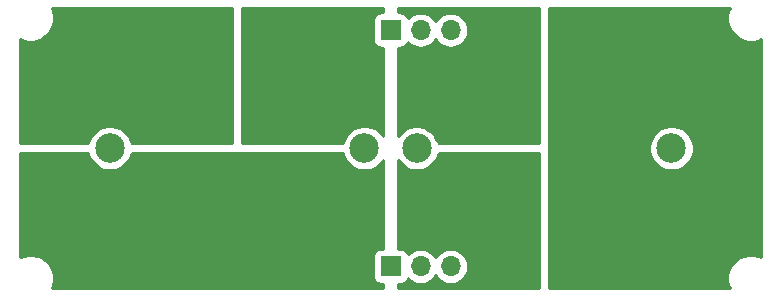
<source format=gbl>
G04 #@! TF.GenerationSoftware,KiCad,Pcbnew,5.1.4-e60b266~84~ubuntu18.04.1*
G04 #@! TF.CreationDate,2019-09-12T19:10:06+05:30*
G04 #@! TF.ProjectId,SenseCam_SFH4715AS_rev1,53656e73-6543-4616-9d5f-534648343731,rev?*
G04 #@! TF.SameCoordinates,Original*
G04 #@! TF.FileFunction,Copper,L2,Bot*
G04 #@! TF.FilePolarity,Positive*
%FSLAX46Y46*%
G04 Gerber Fmt 4.6, Leading zero omitted, Abs format (unit mm)*
G04 Created by KiCad (PCBNEW 5.1.4-e60b266~84~ubuntu18.04.1) date 2019-09-12 19:10:06*
%MOMM*%
%LPD*%
G04 APERTURE LIST*
%ADD10O,1.700000X1.700000*%
%ADD11R,1.700000X1.700000*%
%ADD12C,2.500000*%
%ADD13C,0.800000*%
%ADD14C,0.250000*%
%ADD15C,0.254000*%
G04 APERTURE END LIST*
D10*
X47580000Y-13000000D03*
X45040000Y-13000000D03*
D11*
X42500000Y-13000000D03*
X42500000Y-33000000D03*
D10*
X45040000Y-33000000D03*
X47580000Y-33000000D03*
D12*
X18725000Y-23000000D03*
X40275000Y-23000000D03*
X66275000Y-23000000D03*
X44725000Y-23000000D03*
D13*
X33600000Y-22100000D03*
X34400000Y-22100000D03*
X35200000Y-22100000D03*
X36000000Y-22100000D03*
X36800000Y-22100000D03*
X36800000Y-21300000D03*
X36000000Y-21300000D03*
X35200000Y-21300000D03*
X34400000Y-21300000D03*
X33600000Y-21300000D03*
X33600000Y-20500000D03*
X34400000Y-20500000D03*
X35200000Y-20500000D03*
X36000000Y-20500000D03*
X36800000Y-20500000D03*
X36800000Y-19700000D03*
X36000000Y-19700000D03*
X35200000Y-19700000D03*
X34400000Y-19700000D03*
X33600000Y-19700000D03*
X33600000Y-18900000D03*
X34400000Y-18900000D03*
X35200000Y-18900000D03*
X36000000Y-18900000D03*
X36800000Y-18900000D03*
X34400000Y-18100000D03*
X35200000Y-18100000D03*
X36000000Y-18100000D03*
X36800000Y-18100000D03*
X37600000Y-18100000D03*
X37600000Y-18900000D03*
X37600000Y-19700000D03*
X37600000Y-20500000D03*
X37600000Y-21300000D03*
X25000000Y-22100000D03*
X24200000Y-22100000D03*
X23400000Y-22100000D03*
X22600000Y-22100000D03*
X21800000Y-22100000D03*
X21000000Y-22100000D03*
X25000000Y-21300000D03*
X25000000Y-20500000D03*
X24200000Y-20500000D03*
X24200000Y-21300000D03*
X23400000Y-21300000D03*
X22600000Y-21300000D03*
X21800000Y-21300000D03*
X21000000Y-21300000D03*
X21000000Y-20500000D03*
X21800000Y-20500000D03*
X22600000Y-20500000D03*
X23400000Y-20500000D03*
X25000000Y-19700000D03*
X24200000Y-19700000D03*
X23400000Y-19700000D03*
X22600000Y-19700000D03*
X21800000Y-19700000D03*
X21000000Y-19700000D03*
X21000000Y-18900000D03*
X21800000Y-18900000D03*
X22600000Y-18900000D03*
X23400000Y-18900000D03*
X24200000Y-18900000D03*
X25000000Y-18900000D03*
X21000000Y-18100000D03*
X21000000Y-17300000D03*
X21000000Y-16500000D03*
X21800000Y-16500000D03*
X21800000Y-17300000D03*
X21800000Y-18100000D03*
X22600000Y-18100000D03*
X23400000Y-18100000D03*
X24200000Y-18100000D03*
X25000000Y-18100000D03*
X25800000Y-18100000D03*
X26600000Y-18100000D03*
X26600000Y-17300000D03*
X25800000Y-17300000D03*
X25000000Y-17300000D03*
X24200000Y-17300000D03*
X23400000Y-17300000D03*
X22600000Y-17300000D03*
X22600000Y-16500000D03*
X23400000Y-16500000D03*
X24200000Y-16500000D03*
X25000000Y-16500000D03*
X25800000Y-16500000D03*
X26600000Y-16500000D03*
X51400000Y-25200000D03*
X50600000Y-25200000D03*
X49800000Y-25200000D03*
X49000000Y-25200000D03*
X48200000Y-25200000D03*
X47400000Y-25200000D03*
X47400000Y-26000000D03*
X48200000Y-26000000D03*
X49000000Y-26000000D03*
X49800000Y-26000000D03*
X50600000Y-26000000D03*
X51400000Y-26000000D03*
X51400000Y-26800000D03*
X50600000Y-26800000D03*
X49800000Y-26800000D03*
X49000000Y-26800000D03*
X48200000Y-26800000D03*
X47400000Y-26800000D03*
X47400000Y-27600000D03*
X48200000Y-27600000D03*
X49000000Y-27600000D03*
X49800000Y-27600000D03*
X50600000Y-27600000D03*
X51400000Y-27600000D03*
X52200000Y-27600000D03*
X53000000Y-27600000D03*
X53800000Y-27600000D03*
X53800000Y-28400000D03*
X53000000Y-28400000D03*
X52200000Y-28400000D03*
X51400000Y-28400000D03*
X50600000Y-28400000D03*
X49800000Y-28400000D03*
X49000000Y-28400000D03*
X48200000Y-28400000D03*
X47400000Y-28400000D03*
X47400000Y-29200000D03*
X48200000Y-29200000D03*
X49000000Y-29200000D03*
X49800000Y-29200000D03*
X50600000Y-29200000D03*
X51400000Y-29200000D03*
X52200000Y-29200000D03*
X53000000Y-29200000D03*
X53800000Y-29200000D03*
X51400000Y-22100000D03*
X50600000Y-22100000D03*
X49800000Y-22100000D03*
X49000000Y-22100000D03*
X48200000Y-22100000D03*
X47400000Y-22100000D03*
X46600000Y-22100000D03*
X46600000Y-21300000D03*
X46600000Y-20500000D03*
X46600000Y-19700000D03*
X46600000Y-18900000D03*
X47400000Y-18900000D03*
X47400000Y-19700000D03*
X47400000Y-20500000D03*
X47400000Y-21300000D03*
X48200000Y-21300000D03*
X49000000Y-21300000D03*
X49800000Y-21300000D03*
X50600000Y-21300000D03*
X51400000Y-21300000D03*
X51400000Y-20500000D03*
X50600000Y-20500000D03*
X49800000Y-20500000D03*
X49000000Y-20500000D03*
X48200000Y-20500000D03*
X48200000Y-19700000D03*
X48200000Y-18900000D03*
X49000000Y-18900000D03*
X49000000Y-19700000D03*
X49800000Y-19700000D03*
X50600000Y-19700000D03*
X51400000Y-19700000D03*
X51400000Y-18900000D03*
X50600000Y-18900000D03*
X49800000Y-18900000D03*
X45800000Y-21300000D03*
X45800000Y-20500000D03*
X45800000Y-19700000D03*
X45800000Y-18900000D03*
X45800000Y-18100000D03*
X46600000Y-18100000D03*
X47400000Y-18100000D03*
X48200000Y-18100000D03*
X49000000Y-18100000D03*
X49800000Y-18100000D03*
X50600000Y-18100000D03*
X50600000Y-17300000D03*
X49800000Y-17300000D03*
X49000000Y-17300000D03*
X48200000Y-17300000D03*
X47400000Y-17300000D03*
X51400000Y-18100000D03*
X25000000Y-25200000D03*
X25000000Y-26000000D03*
X25000000Y-26800000D03*
X25000000Y-27600000D03*
X25800000Y-27600000D03*
X26600000Y-27600000D03*
X27400000Y-27600000D03*
X28200000Y-27600000D03*
X29000000Y-27600000D03*
X29800000Y-27600000D03*
X30600000Y-27600000D03*
X31400000Y-27600000D03*
X32200000Y-27600000D03*
X33000000Y-27600000D03*
X33000000Y-28400000D03*
X32200000Y-28400000D03*
X31400000Y-28400000D03*
X30600000Y-28400000D03*
X29800000Y-28400000D03*
X29000000Y-28400000D03*
X28200000Y-28400000D03*
X27400000Y-28400000D03*
X26600000Y-28400000D03*
X25800000Y-28400000D03*
X25000000Y-28400000D03*
X24200000Y-28400000D03*
X24200000Y-27600000D03*
X24200000Y-26800000D03*
X24200000Y-26000000D03*
X24200000Y-25200000D03*
X23400000Y-25200000D03*
X23400000Y-26000000D03*
X23400000Y-26800000D03*
X23400000Y-27600000D03*
X23400000Y-28400000D03*
X23400000Y-29200000D03*
X24200000Y-29200000D03*
X25000000Y-29200000D03*
X25800000Y-29200000D03*
X26600000Y-29200000D03*
X27400000Y-29200000D03*
X28200000Y-29200000D03*
X29000000Y-29200000D03*
X29800000Y-29200000D03*
X30600000Y-29200000D03*
X31400000Y-29200000D03*
X32200000Y-29200000D03*
X33000000Y-29200000D03*
X60700000Y-21000000D03*
X60700000Y-21800000D03*
X60700000Y-22600000D03*
X60700000Y-23400000D03*
X60700000Y-24200000D03*
X60700000Y-25000000D03*
X60700000Y-25800000D03*
X60700000Y-28200000D03*
X60700000Y-26600000D03*
X60700000Y-27400000D03*
X60700000Y-29000000D03*
X60700000Y-29800000D03*
X60700000Y-30600000D03*
X60700000Y-31400000D03*
X60700000Y-32200000D03*
X61500000Y-32200000D03*
X61500000Y-31400000D03*
X61500000Y-30600000D03*
X61500000Y-29800000D03*
X61500000Y-29000000D03*
X61500000Y-28200000D03*
X61500000Y-27400000D03*
X61500000Y-26600000D03*
X61500000Y-25800000D03*
X61500000Y-25000000D03*
X61500000Y-24200000D03*
X61500000Y-23400000D03*
X61500000Y-22600000D03*
X61500000Y-21800000D03*
X61500000Y-21000000D03*
X60700000Y-20200000D03*
X60700000Y-19400000D03*
X60700000Y-18600000D03*
X59900000Y-18600000D03*
X59100000Y-18600000D03*
X58300000Y-18600000D03*
X58300000Y-17800000D03*
X59100000Y-17800000D03*
X59900000Y-17800000D03*
X60700000Y-17800000D03*
X61500000Y-17800000D03*
X61500000Y-18600000D03*
X61500000Y-19400000D03*
X61500000Y-20200000D03*
X58300000Y-17000000D03*
X59100000Y-17000000D03*
X59900000Y-17000000D03*
X60700000Y-17000000D03*
X61500000Y-17000000D03*
X62300000Y-17000000D03*
X62300000Y-17800000D03*
X62300000Y-18600000D03*
X62300000Y-19400000D03*
X62300000Y-20200000D03*
X62300000Y-21000000D03*
X62300000Y-21800000D03*
X62300000Y-22600000D03*
X62300000Y-23400000D03*
X62300000Y-24200000D03*
X62300000Y-25000000D03*
X62300000Y-25800000D03*
X62300000Y-26600000D03*
X62300000Y-27400000D03*
X62300000Y-28200000D03*
X62300000Y-29000000D03*
X62300000Y-29800000D03*
X62300000Y-30600000D03*
X62300000Y-31400000D03*
X62300000Y-32200000D03*
D14*
X33600000Y-22100000D02*
X34400000Y-22100000D01*
X35200000Y-22100000D02*
X36000000Y-22100000D01*
X36800000Y-22100000D02*
X36800000Y-21300000D01*
X36000000Y-21300000D02*
X35200000Y-21300000D01*
X34400000Y-21300000D02*
X33600000Y-21300000D01*
X33600000Y-20500000D02*
X34400000Y-20500000D01*
X35200000Y-20500000D02*
X36000000Y-20500000D01*
X36800000Y-20500000D02*
X36800000Y-19700000D01*
X36000000Y-19700000D02*
X35200000Y-19700000D01*
X34400000Y-19700000D02*
X33600000Y-19700000D01*
X33600000Y-18900000D02*
X34400000Y-18900000D01*
X35200000Y-18900000D02*
X36000000Y-18900000D01*
X34400000Y-18900000D02*
X34400000Y-18100000D01*
X35200000Y-18100000D02*
X36000000Y-18100000D01*
X36800000Y-18100000D02*
X37600000Y-18100000D01*
X37600000Y-18900000D02*
X37600000Y-19700000D01*
X37600000Y-20500000D02*
X37600000Y-21300000D01*
X25000000Y-22100000D02*
X24200000Y-22100000D01*
X23400000Y-22100000D02*
X22600000Y-22100000D01*
X21800000Y-22100000D02*
X21000000Y-22100000D01*
X25000000Y-21300000D02*
X25000000Y-20500000D01*
X24200000Y-20500000D02*
X24200000Y-21300000D01*
X23400000Y-21300000D02*
X22600000Y-21300000D01*
X21800000Y-21300000D02*
X21000000Y-21300000D01*
X21000000Y-20500000D02*
X21800000Y-20500000D01*
X22600000Y-20500000D02*
X23400000Y-20500000D01*
X25000000Y-19700000D02*
X24200000Y-19700000D01*
X22600000Y-19700000D02*
X21800000Y-19700000D01*
X21000000Y-19700000D02*
X21000000Y-18900000D01*
X21800000Y-18900000D02*
X22600000Y-18900000D01*
X23400000Y-18900000D02*
X24200000Y-18900000D01*
X25000000Y-18900000D02*
X25000000Y-19700000D01*
X21000000Y-18100000D02*
X21000000Y-17300000D01*
X21000000Y-16500000D02*
X21800000Y-16500000D01*
X21800000Y-17300000D02*
X21800000Y-18100000D01*
X22600000Y-18100000D02*
X23400000Y-18100000D01*
X24200000Y-18100000D02*
X25000000Y-18100000D01*
X25800000Y-18100000D02*
X26600000Y-18100000D01*
X26600000Y-17300000D02*
X25800000Y-17300000D01*
X25000000Y-17300000D02*
X24200000Y-17300000D01*
X23400000Y-17300000D02*
X22600000Y-17300000D01*
X22600000Y-16500000D02*
X23400000Y-16500000D01*
X24200000Y-16500000D02*
X25000000Y-16500000D01*
X25800000Y-16500000D02*
X26600000Y-16500000D01*
X51400000Y-25200000D02*
X50600000Y-25200000D01*
X49800000Y-25200000D02*
X49000000Y-25200000D01*
X48200000Y-25200000D02*
X47400000Y-25200000D01*
X47400000Y-26000000D02*
X48200000Y-26000000D01*
X49000000Y-26000000D02*
X49800000Y-26000000D01*
X50600000Y-26000000D02*
X51400000Y-26000000D01*
X51400000Y-26800000D02*
X50600000Y-26800000D01*
X49800000Y-26800000D02*
X49000000Y-26800000D01*
X48200000Y-26800000D02*
X47400000Y-26800000D01*
X47400000Y-27600000D02*
X48200000Y-27600000D01*
X49000000Y-27600000D02*
X49800000Y-27600000D01*
X50600000Y-27600000D02*
X51400000Y-27600000D01*
X52200000Y-27600000D02*
X53000000Y-27600000D01*
X53800000Y-27600000D02*
X53800000Y-28400000D01*
X52200000Y-28400000D02*
X51400000Y-28400000D01*
X50600000Y-28400000D02*
X49800000Y-28400000D01*
X49000000Y-28400000D02*
X48200000Y-28400000D01*
X47400000Y-28400000D02*
X47400000Y-29200000D01*
X48200000Y-29200000D02*
X49000000Y-29200000D01*
X49800000Y-29200000D02*
X50600000Y-29200000D01*
X51400000Y-29200000D02*
X52200000Y-29200000D01*
X53000000Y-29200000D02*
X53800000Y-29200000D01*
X51400000Y-22100000D02*
X50600000Y-22100000D01*
X49800000Y-22100000D02*
X49000000Y-22100000D01*
X48200000Y-22100000D02*
X47400000Y-22100000D01*
X46600000Y-22100000D02*
X46600000Y-21300000D01*
X46600000Y-20500000D02*
X46600000Y-19700000D01*
X46600000Y-18900000D02*
X47400000Y-18900000D01*
X47400000Y-19700000D02*
X47400000Y-20500000D01*
X47400000Y-21300000D02*
X48200000Y-21300000D01*
X49000000Y-21300000D02*
X49800000Y-21300000D01*
X50600000Y-21300000D02*
X51400000Y-21300000D01*
X51400000Y-20500000D02*
X50600000Y-20500000D01*
X49800000Y-20500000D02*
X49000000Y-20500000D01*
X48200000Y-20500000D02*
X48200000Y-19700000D01*
X48200000Y-18900000D02*
X49000000Y-18900000D01*
X49000000Y-19700000D02*
X49800000Y-19700000D01*
X50600000Y-19700000D02*
X51400000Y-19700000D01*
X51400000Y-18900000D02*
X50600000Y-18900000D01*
X50600000Y-18900000D02*
X49800000Y-18900000D01*
X45800000Y-21300000D02*
X45800000Y-20500000D01*
X45800000Y-19700000D02*
X45800000Y-18900000D01*
X45800000Y-18100000D02*
X46600000Y-18100000D01*
X47400000Y-18100000D02*
X48200000Y-18100000D01*
X49000000Y-18100000D02*
X49800000Y-18100000D01*
X50600000Y-18100000D02*
X50600000Y-17300000D01*
X49800000Y-17300000D02*
X49000000Y-17300000D01*
X48200000Y-17300000D02*
X47400000Y-17300000D01*
X51400000Y-18100000D02*
X51400000Y-18900000D01*
X25000000Y-25200000D02*
X25000000Y-26000000D01*
X25000000Y-26800000D02*
X25000000Y-27600000D01*
X25800000Y-27600000D02*
X26600000Y-27600000D01*
X27400000Y-27600000D02*
X28200000Y-27600000D01*
X29000000Y-27600000D02*
X29800000Y-27600000D01*
X29800000Y-27600000D02*
X30600000Y-27600000D01*
X31400000Y-27600000D02*
X32200000Y-27600000D01*
X33000000Y-27600000D02*
X33000000Y-28400000D01*
X32200000Y-28400000D02*
X31400000Y-28400000D01*
X30600000Y-28400000D02*
X29800000Y-28400000D01*
X29000000Y-28400000D02*
X28200000Y-28400000D01*
X27400000Y-28400000D02*
X26600000Y-28400000D01*
X25800000Y-28400000D02*
X25000000Y-28400000D01*
X24200000Y-28400000D02*
X24200000Y-27600000D01*
X24200000Y-26800000D02*
X24200000Y-26000000D01*
X24200000Y-25200000D02*
X23400000Y-25200000D01*
X23400000Y-26000000D02*
X23400000Y-26800000D01*
X23400000Y-27600000D02*
X23400000Y-28400000D01*
X23400000Y-29200000D02*
X24200000Y-29200000D01*
X25000000Y-29200000D02*
X25800000Y-29200000D01*
X26600000Y-29200000D02*
X27400000Y-29200000D01*
X28200000Y-29200000D02*
X29000000Y-29200000D01*
X29800000Y-29200000D02*
X30600000Y-29200000D01*
X31400000Y-29200000D02*
X32200000Y-29200000D01*
X60700000Y-21800000D02*
X60700000Y-22600000D01*
X60700000Y-23400000D02*
X60700000Y-24200000D01*
X60700000Y-25000000D02*
X60700000Y-25800000D01*
X60700000Y-26600000D02*
X60700000Y-27400000D01*
X60700000Y-28200000D02*
X60700000Y-29000000D01*
X60700000Y-29800000D02*
X60700000Y-30600000D01*
X60700000Y-31400000D02*
X60700000Y-32200000D01*
X61500000Y-32200000D02*
X61500000Y-31400000D01*
X61500000Y-30600000D02*
X61500000Y-29800000D01*
X61500000Y-28200000D02*
X61500000Y-27400000D01*
X61500000Y-26600000D02*
X61500000Y-25800000D01*
X61500000Y-25000000D02*
X61500000Y-24200000D01*
X61500000Y-23400000D02*
X61500000Y-22600000D01*
X61500000Y-21800000D02*
X61500000Y-21000000D01*
X60700000Y-21000000D02*
X60700000Y-20200000D01*
X60700000Y-19400000D02*
X60700000Y-18600000D01*
X59900000Y-18600000D02*
X59100000Y-18600000D01*
X58300000Y-18600000D02*
X58300000Y-17800000D01*
X59100000Y-17800000D02*
X59900000Y-17800000D01*
X60700000Y-17800000D02*
X61500000Y-17800000D01*
X61500000Y-18600000D02*
X61500000Y-19400000D01*
X61500000Y-20200000D02*
X61500000Y-21000000D01*
X58300000Y-17800000D02*
X58300000Y-17000000D01*
X59100000Y-17000000D02*
X59900000Y-17000000D01*
X60700000Y-17000000D02*
X61500000Y-17000000D01*
X62300000Y-17000000D02*
X62300000Y-17800000D01*
X62300000Y-18600000D02*
X62300000Y-19400000D01*
X62300000Y-20200000D02*
X62300000Y-21000000D01*
X62300000Y-21800000D02*
X62300000Y-22600000D01*
X62300000Y-23400000D02*
X62300000Y-24200000D01*
X62300000Y-25000000D02*
X62300000Y-25800000D01*
X62300000Y-26600000D02*
X62300000Y-27400000D01*
X62300000Y-28200000D02*
X62300000Y-29000000D01*
X62300000Y-29800000D02*
X62300000Y-30600000D01*
X62300000Y-31400000D02*
X62300000Y-32200000D01*
D15*
G36*
X29073000Y-22573000D02*
G01*
X20561994Y-22573000D01*
X20537561Y-22450166D01*
X20395466Y-22107118D01*
X20189175Y-21798382D01*
X19926618Y-21535825D01*
X19617882Y-21329534D01*
X19274834Y-21187439D01*
X18910656Y-21115000D01*
X18539344Y-21115000D01*
X18175166Y-21187439D01*
X17832118Y-21329534D01*
X17523382Y-21535825D01*
X17260825Y-21798382D01*
X17054534Y-22107118D01*
X16912439Y-22450166D01*
X16888006Y-22573000D01*
X11127000Y-22573000D01*
X11127000Y-13786941D01*
X11420997Y-13908718D01*
X11804495Y-13985000D01*
X12195505Y-13985000D01*
X12579003Y-13908718D01*
X12940250Y-13759085D01*
X13265364Y-13541851D01*
X13541851Y-13265364D01*
X13759085Y-12940250D01*
X13908718Y-12579003D01*
X13985000Y-12195505D01*
X13985000Y-11804495D01*
X13908718Y-11420997D01*
X13786941Y-11127000D01*
X29073000Y-11127000D01*
X29073000Y-22573000D01*
X29073000Y-22573000D01*
G37*
X29073000Y-22573000D02*
X20561994Y-22573000D01*
X20537561Y-22450166D01*
X20395466Y-22107118D01*
X20189175Y-21798382D01*
X19926618Y-21535825D01*
X19617882Y-21329534D01*
X19274834Y-21187439D01*
X18910656Y-21115000D01*
X18539344Y-21115000D01*
X18175166Y-21187439D01*
X17832118Y-21329534D01*
X17523382Y-21535825D01*
X17260825Y-21798382D01*
X17054534Y-22107118D01*
X16912439Y-22450166D01*
X16888006Y-22573000D01*
X11127000Y-22573000D01*
X11127000Y-13786941D01*
X11420997Y-13908718D01*
X11804495Y-13985000D01*
X12195505Y-13985000D01*
X12579003Y-13908718D01*
X12940250Y-13759085D01*
X13265364Y-13541851D01*
X13541851Y-13265364D01*
X13759085Y-12940250D01*
X13908718Y-12579003D01*
X13985000Y-12195505D01*
X13985000Y-11804495D01*
X13908718Y-11420997D01*
X13786941Y-11127000D01*
X29073000Y-11127000D01*
X29073000Y-22573000D01*
G36*
X16912439Y-23549834D02*
G01*
X17054534Y-23892882D01*
X17260825Y-24201618D01*
X17523382Y-24464175D01*
X17832118Y-24670466D01*
X18175166Y-24812561D01*
X18539344Y-24885000D01*
X18910656Y-24885000D01*
X19274834Y-24812561D01*
X19617882Y-24670466D01*
X19926618Y-24464175D01*
X20189175Y-24201618D01*
X20395466Y-23892882D01*
X20537561Y-23549834D01*
X20561994Y-23427000D01*
X38438006Y-23427000D01*
X38462439Y-23549834D01*
X38604534Y-23892882D01*
X38810825Y-24201618D01*
X39073382Y-24464175D01*
X39382118Y-24670466D01*
X39725166Y-24812561D01*
X40089344Y-24885000D01*
X40460656Y-24885000D01*
X40824834Y-24812561D01*
X41167882Y-24670466D01*
X41476618Y-24464175D01*
X41739175Y-24201618D01*
X41873000Y-24001335D01*
X41873000Y-31511928D01*
X41650000Y-31511928D01*
X41525518Y-31524188D01*
X41405820Y-31560498D01*
X41295506Y-31619463D01*
X41198815Y-31698815D01*
X41119463Y-31795506D01*
X41060498Y-31905820D01*
X41024188Y-32025518D01*
X41011928Y-32150000D01*
X41011928Y-33850000D01*
X41024188Y-33974482D01*
X41060498Y-34094180D01*
X41119463Y-34204494D01*
X41198815Y-34301185D01*
X41295506Y-34380537D01*
X41405820Y-34439502D01*
X41525518Y-34475812D01*
X41650000Y-34488072D01*
X41873000Y-34488072D01*
X41873000Y-34873000D01*
X13786941Y-34873000D01*
X13908718Y-34579003D01*
X13985000Y-34195505D01*
X13985000Y-33804495D01*
X13908718Y-33420997D01*
X13759085Y-33059750D01*
X13541851Y-32734636D01*
X13265364Y-32458149D01*
X12940250Y-32240915D01*
X12579003Y-32091282D01*
X12195505Y-32015000D01*
X11804495Y-32015000D01*
X11420997Y-32091282D01*
X11127000Y-32213059D01*
X11127000Y-23427000D01*
X16888006Y-23427000D01*
X16912439Y-23549834D01*
X16912439Y-23549834D01*
G37*
X16912439Y-23549834D02*
X17054534Y-23892882D01*
X17260825Y-24201618D01*
X17523382Y-24464175D01*
X17832118Y-24670466D01*
X18175166Y-24812561D01*
X18539344Y-24885000D01*
X18910656Y-24885000D01*
X19274834Y-24812561D01*
X19617882Y-24670466D01*
X19926618Y-24464175D01*
X20189175Y-24201618D01*
X20395466Y-23892882D01*
X20537561Y-23549834D01*
X20561994Y-23427000D01*
X38438006Y-23427000D01*
X38462439Y-23549834D01*
X38604534Y-23892882D01*
X38810825Y-24201618D01*
X39073382Y-24464175D01*
X39382118Y-24670466D01*
X39725166Y-24812561D01*
X40089344Y-24885000D01*
X40460656Y-24885000D01*
X40824834Y-24812561D01*
X41167882Y-24670466D01*
X41476618Y-24464175D01*
X41739175Y-24201618D01*
X41873000Y-24001335D01*
X41873000Y-31511928D01*
X41650000Y-31511928D01*
X41525518Y-31524188D01*
X41405820Y-31560498D01*
X41295506Y-31619463D01*
X41198815Y-31698815D01*
X41119463Y-31795506D01*
X41060498Y-31905820D01*
X41024188Y-32025518D01*
X41011928Y-32150000D01*
X41011928Y-33850000D01*
X41024188Y-33974482D01*
X41060498Y-34094180D01*
X41119463Y-34204494D01*
X41198815Y-34301185D01*
X41295506Y-34380537D01*
X41405820Y-34439502D01*
X41525518Y-34475812D01*
X41650000Y-34488072D01*
X41873000Y-34488072D01*
X41873000Y-34873000D01*
X13786941Y-34873000D01*
X13908718Y-34579003D01*
X13985000Y-34195505D01*
X13985000Y-33804495D01*
X13908718Y-33420997D01*
X13759085Y-33059750D01*
X13541851Y-32734636D01*
X13265364Y-32458149D01*
X12940250Y-32240915D01*
X12579003Y-32091282D01*
X12195505Y-32015000D01*
X11804495Y-32015000D01*
X11420997Y-32091282D01*
X11127000Y-32213059D01*
X11127000Y-23427000D01*
X16888006Y-23427000D01*
X16912439Y-23549834D01*
G36*
X41873000Y-11511928D02*
G01*
X41650000Y-11511928D01*
X41525518Y-11524188D01*
X41405820Y-11560498D01*
X41295506Y-11619463D01*
X41198815Y-11698815D01*
X41119463Y-11795506D01*
X41060498Y-11905820D01*
X41024188Y-12025518D01*
X41011928Y-12150000D01*
X41011928Y-13850000D01*
X41024188Y-13974482D01*
X41060498Y-14094180D01*
X41119463Y-14204494D01*
X41198815Y-14301185D01*
X41295506Y-14380537D01*
X41405820Y-14439502D01*
X41525518Y-14475812D01*
X41650000Y-14488072D01*
X41873000Y-14488072D01*
X41873000Y-21998665D01*
X41739175Y-21798382D01*
X41476618Y-21535825D01*
X41167882Y-21329534D01*
X40824834Y-21187439D01*
X40460656Y-21115000D01*
X40089344Y-21115000D01*
X39725166Y-21187439D01*
X39382118Y-21329534D01*
X39073382Y-21535825D01*
X38810825Y-21798382D01*
X38604534Y-22107118D01*
X38462439Y-22450166D01*
X38438006Y-22573000D01*
X29927000Y-22573000D01*
X29927000Y-11127000D01*
X41873000Y-11127000D01*
X41873000Y-11511928D01*
X41873000Y-11511928D01*
G37*
X41873000Y-11511928D02*
X41650000Y-11511928D01*
X41525518Y-11524188D01*
X41405820Y-11560498D01*
X41295506Y-11619463D01*
X41198815Y-11698815D01*
X41119463Y-11795506D01*
X41060498Y-11905820D01*
X41024188Y-12025518D01*
X41011928Y-12150000D01*
X41011928Y-13850000D01*
X41024188Y-13974482D01*
X41060498Y-14094180D01*
X41119463Y-14204494D01*
X41198815Y-14301185D01*
X41295506Y-14380537D01*
X41405820Y-14439502D01*
X41525518Y-14475812D01*
X41650000Y-14488072D01*
X41873000Y-14488072D01*
X41873000Y-21998665D01*
X41739175Y-21798382D01*
X41476618Y-21535825D01*
X41167882Y-21329534D01*
X40824834Y-21187439D01*
X40460656Y-21115000D01*
X40089344Y-21115000D01*
X39725166Y-21187439D01*
X39382118Y-21329534D01*
X39073382Y-21535825D01*
X38810825Y-21798382D01*
X38604534Y-22107118D01*
X38462439Y-22450166D01*
X38438006Y-22573000D01*
X29927000Y-22573000D01*
X29927000Y-11127000D01*
X41873000Y-11127000D01*
X41873000Y-11511928D01*
G36*
X71091282Y-11420997D02*
G01*
X71015000Y-11804495D01*
X71015000Y-12195505D01*
X71091282Y-12579003D01*
X71240915Y-12940250D01*
X71458149Y-13265364D01*
X71734636Y-13541851D01*
X72059750Y-13759085D01*
X72420997Y-13908718D01*
X72804495Y-13985000D01*
X73195505Y-13985000D01*
X73579003Y-13908718D01*
X73873000Y-13786941D01*
X73873000Y-32213059D01*
X73579003Y-32091282D01*
X73195505Y-32015000D01*
X72804495Y-32015000D01*
X72420997Y-32091282D01*
X72059750Y-32240915D01*
X71734636Y-32458149D01*
X71458149Y-32734636D01*
X71240915Y-33059750D01*
X71091282Y-33420997D01*
X71015000Y-33804495D01*
X71015000Y-34195505D01*
X71091282Y-34579003D01*
X71213059Y-34873000D01*
X55927000Y-34873000D01*
X55927000Y-22814344D01*
X64390000Y-22814344D01*
X64390000Y-23185656D01*
X64462439Y-23549834D01*
X64604534Y-23892882D01*
X64810825Y-24201618D01*
X65073382Y-24464175D01*
X65382118Y-24670466D01*
X65725166Y-24812561D01*
X66089344Y-24885000D01*
X66460656Y-24885000D01*
X66824834Y-24812561D01*
X67167882Y-24670466D01*
X67476618Y-24464175D01*
X67739175Y-24201618D01*
X67945466Y-23892882D01*
X68087561Y-23549834D01*
X68160000Y-23185656D01*
X68160000Y-22814344D01*
X68087561Y-22450166D01*
X67945466Y-22107118D01*
X67739175Y-21798382D01*
X67476618Y-21535825D01*
X67167882Y-21329534D01*
X66824834Y-21187439D01*
X66460656Y-21115000D01*
X66089344Y-21115000D01*
X65725166Y-21187439D01*
X65382118Y-21329534D01*
X65073382Y-21535825D01*
X64810825Y-21798382D01*
X64604534Y-22107118D01*
X64462439Y-22450166D01*
X64390000Y-22814344D01*
X55927000Y-22814344D01*
X55927000Y-11127000D01*
X71213059Y-11127000D01*
X71091282Y-11420997D01*
X71091282Y-11420997D01*
G37*
X71091282Y-11420997D02*
X71015000Y-11804495D01*
X71015000Y-12195505D01*
X71091282Y-12579003D01*
X71240915Y-12940250D01*
X71458149Y-13265364D01*
X71734636Y-13541851D01*
X72059750Y-13759085D01*
X72420997Y-13908718D01*
X72804495Y-13985000D01*
X73195505Y-13985000D01*
X73579003Y-13908718D01*
X73873000Y-13786941D01*
X73873000Y-32213059D01*
X73579003Y-32091282D01*
X73195505Y-32015000D01*
X72804495Y-32015000D01*
X72420997Y-32091282D01*
X72059750Y-32240915D01*
X71734636Y-32458149D01*
X71458149Y-32734636D01*
X71240915Y-33059750D01*
X71091282Y-33420997D01*
X71015000Y-33804495D01*
X71015000Y-34195505D01*
X71091282Y-34579003D01*
X71213059Y-34873000D01*
X55927000Y-34873000D01*
X55927000Y-22814344D01*
X64390000Y-22814344D01*
X64390000Y-23185656D01*
X64462439Y-23549834D01*
X64604534Y-23892882D01*
X64810825Y-24201618D01*
X65073382Y-24464175D01*
X65382118Y-24670466D01*
X65725166Y-24812561D01*
X66089344Y-24885000D01*
X66460656Y-24885000D01*
X66824834Y-24812561D01*
X67167882Y-24670466D01*
X67476618Y-24464175D01*
X67739175Y-24201618D01*
X67945466Y-23892882D01*
X68087561Y-23549834D01*
X68160000Y-23185656D01*
X68160000Y-22814344D01*
X68087561Y-22450166D01*
X67945466Y-22107118D01*
X67739175Y-21798382D01*
X67476618Y-21535825D01*
X67167882Y-21329534D01*
X66824834Y-21187439D01*
X66460656Y-21115000D01*
X66089344Y-21115000D01*
X65725166Y-21187439D01*
X65382118Y-21329534D01*
X65073382Y-21535825D01*
X64810825Y-21798382D01*
X64604534Y-22107118D01*
X64462439Y-22450166D01*
X64390000Y-22814344D01*
X55927000Y-22814344D01*
X55927000Y-11127000D01*
X71213059Y-11127000D01*
X71091282Y-11420997D01*
G36*
X55073000Y-22573000D02*
G01*
X46561994Y-22573000D01*
X46537561Y-22450166D01*
X46395466Y-22107118D01*
X46189175Y-21798382D01*
X45926618Y-21535825D01*
X45617882Y-21329534D01*
X45274834Y-21187439D01*
X44910656Y-21115000D01*
X44539344Y-21115000D01*
X44175166Y-21187439D01*
X43832118Y-21329534D01*
X43523382Y-21535825D01*
X43260825Y-21798382D01*
X43127000Y-21998665D01*
X43127000Y-14488072D01*
X43350000Y-14488072D01*
X43474482Y-14475812D01*
X43594180Y-14439502D01*
X43704494Y-14380537D01*
X43801185Y-14301185D01*
X43880537Y-14204494D01*
X43939502Y-14094180D01*
X43960393Y-14025313D01*
X43984866Y-14055134D01*
X44210986Y-14240706D01*
X44468966Y-14378599D01*
X44748889Y-14463513D01*
X44967050Y-14485000D01*
X45112950Y-14485000D01*
X45331111Y-14463513D01*
X45611034Y-14378599D01*
X45869014Y-14240706D01*
X46095134Y-14055134D01*
X46280706Y-13829014D01*
X46310000Y-13774209D01*
X46339294Y-13829014D01*
X46524866Y-14055134D01*
X46750986Y-14240706D01*
X47008966Y-14378599D01*
X47288889Y-14463513D01*
X47507050Y-14485000D01*
X47652950Y-14485000D01*
X47871111Y-14463513D01*
X48151034Y-14378599D01*
X48409014Y-14240706D01*
X48635134Y-14055134D01*
X48820706Y-13829014D01*
X48958599Y-13571034D01*
X49043513Y-13291111D01*
X49072185Y-13000000D01*
X49043513Y-12708889D01*
X48958599Y-12428966D01*
X48820706Y-12170986D01*
X48635134Y-11944866D01*
X48409014Y-11759294D01*
X48151034Y-11621401D01*
X47871111Y-11536487D01*
X47652950Y-11515000D01*
X47507050Y-11515000D01*
X47288889Y-11536487D01*
X47008966Y-11621401D01*
X46750986Y-11759294D01*
X46524866Y-11944866D01*
X46339294Y-12170986D01*
X46310000Y-12225791D01*
X46280706Y-12170986D01*
X46095134Y-11944866D01*
X45869014Y-11759294D01*
X45611034Y-11621401D01*
X45331111Y-11536487D01*
X45112950Y-11515000D01*
X44967050Y-11515000D01*
X44748889Y-11536487D01*
X44468966Y-11621401D01*
X44210986Y-11759294D01*
X43984866Y-11944866D01*
X43960393Y-11974687D01*
X43939502Y-11905820D01*
X43880537Y-11795506D01*
X43801185Y-11698815D01*
X43704494Y-11619463D01*
X43594180Y-11560498D01*
X43474482Y-11524188D01*
X43350000Y-11511928D01*
X43127000Y-11511928D01*
X43127000Y-11127000D01*
X55073000Y-11127000D01*
X55073000Y-22573000D01*
X55073000Y-22573000D01*
G37*
X55073000Y-22573000D02*
X46561994Y-22573000D01*
X46537561Y-22450166D01*
X46395466Y-22107118D01*
X46189175Y-21798382D01*
X45926618Y-21535825D01*
X45617882Y-21329534D01*
X45274834Y-21187439D01*
X44910656Y-21115000D01*
X44539344Y-21115000D01*
X44175166Y-21187439D01*
X43832118Y-21329534D01*
X43523382Y-21535825D01*
X43260825Y-21798382D01*
X43127000Y-21998665D01*
X43127000Y-14488072D01*
X43350000Y-14488072D01*
X43474482Y-14475812D01*
X43594180Y-14439502D01*
X43704494Y-14380537D01*
X43801185Y-14301185D01*
X43880537Y-14204494D01*
X43939502Y-14094180D01*
X43960393Y-14025313D01*
X43984866Y-14055134D01*
X44210986Y-14240706D01*
X44468966Y-14378599D01*
X44748889Y-14463513D01*
X44967050Y-14485000D01*
X45112950Y-14485000D01*
X45331111Y-14463513D01*
X45611034Y-14378599D01*
X45869014Y-14240706D01*
X46095134Y-14055134D01*
X46280706Y-13829014D01*
X46310000Y-13774209D01*
X46339294Y-13829014D01*
X46524866Y-14055134D01*
X46750986Y-14240706D01*
X47008966Y-14378599D01*
X47288889Y-14463513D01*
X47507050Y-14485000D01*
X47652950Y-14485000D01*
X47871111Y-14463513D01*
X48151034Y-14378599D01*
X48409014Y-14240706D01*
X48635134Y-14055134D01*
X48820706Y-13829014D01*
X48958599Y-13571034D01*
X49043513Y-13291111D01*
X49072185Y-13000000D01*
X49043513Y-12708889D01*
X48958599Y-12428966D01*
X48820706Y-12170986D01*
X48635134Y-11944866D01*
X48409014Y-11759294D01*
X48151034Y-11621401D01*
X47871111Y-11536487D01*
X47652950Y-11515000D01*
X47507050Y-11515000D01*
X47288889Y-11536487D01*
X47008966Y-11621401D01*
X46750986Y-11759294D01*
X46524866Y-11944866D01*
X46339294Y-12170986D01*
X46310000Y-12225791D01*
X46280706Y-12170986D01*
X46095134Y-11944866D01*
X45869014Y-11759294D01*
X45611034Y-11621401D01*
X45331111Y-11536487D01*
X45112950Y-11515000D01*
X44967050Y-11515000D01*
X44748889Y-11536487D01*
X44468966Y-11621401D01*
X44210986Y-11759294D01*
X43984866Y-11944866D01*
X43960393Y-11974687D01*
X43939502Y-11905820D01*
X43880537Y-11795506D01*
X43801185Y-11698815D01*
X43704494Y-11619463D01*
X43594180Y-11560498D01*
X43474482Y-11524188D01*
X43350000Y-11511928D01*
X43127000Y-11511928D01*
X43127000Y-11127000D01*
X55073000Y-11127000D01*
X55073000Y-22573000D01*
G36*
X55073000Y-34873000D02*
G01*
X43127000Y-34873000D01*
X43127000Y-34488072D01*
X43350000Y-34488072D01*
X43474482Y-34475812D01*
X43594180Y-34439502D01*
X43704494Y-34380537D01*
X43801185Y-34301185D01*
X43880537Y-34204494D01*
X43939502Y-34094180D01*
X43960393Y-34025313D01*
X43984866Y-34055134D01*
X44210986Y-34240706D01*
X44468966Y-34378599D01*
X44748889Y-34463513D01*
X44967050Y-34485000D01*
X45112950Y-34485000D01*
X45331111Y-34463513D01*
X45611034Y-34378599D01*
X45869014Y-34240706D01*
X46095134Y-34055134D01*
X46280706Y-33829014D01*
X46310000Y-33774209D01*
X46339294Y-33829014D01*
X46524866Y-34055134D01*
X46750986Y-34240706D01*
X47008966Y-34378599D01*
X47288889Y-34463513D01*
X47507050Y-34485000D01*
X47652950Y-34485000D01*
X47871111Y-34463513D01*
X48151034Y-34378599D01*
X48409014Y-34240706D01*
X48635134Y-34055134D01*
X48820706Y-33829014D01*
X48958599Y-33571034D01*
X49043513Y-33291111D01*
X49072185Y-33000000D01*
X49043513Y-32708889D01*
X48958599Y-32428966D01*
X48820706Y-32170986D01*
X48635134Y-31944866D01*
X48409014Y-31759294D01*
X48151034Y-31621401D01*
X47871111Y-31536487D01*
X47652950Y-31515000D01*
X47507050Y-31515000D01*
X47288889Y-31536487D01*
X47008966Y-31621401D01*
X46750986Y-31759294D01*
X46524866Y-31944866D01*
X46339294Y-32170986D01*
X46310000Y-32225791D01*
X46280706Y-32170986D01*
X46095134Y-31944866D01*
X45869014Y-31759294D01*
X45611034Y-31621401D01*
X45331111Y-31536487D01*
X45112950Y-31515000D01*
X44967050Y-31515000D01*
X44748889Y-31536487D01*
X44468966Y-31621401D01*
X44210986Y-31759294D01*
X43984866Y-31944866D01*
X43960393Y-31974687D01*
X43939502Y-31905820D01*
X43880537Y-31795506D01*
X43801185Y-31698815D01*
X43704494Y-31619463D01*
X43594180Y-31560498D01*
X43474482Y-31524188D01*
X43350000Y-31511928D01*
X43127000Y-31511928D01*
X43127000Y-24001335D01*
X43260825Y-24201618D01*
X43523382Y-24464175D01*
X43832118Y-24670466D01*
X44175166Y-24812561D01*
X44539344Y-24885000D01*
X44910656Y-24885000D01*
X45274834Y-24812561D01*
X45617882Y-24670466D01*
X45926618Y-24464175D01*
X46189175Y-24201618D01*
X46395466Y-23892882D01*
X46537561Y-23549834D01*
X46561994Y-23427000D01*
X55073000Y-23427000D01*
X55073000Y-34873000D01*
X55073000Y-34873000D01*
G37*
X55073000Y-34873000D02*
X43127000Y-34873000D01*
X43127000Y-34488072D01*
X43350000Y-34488072D01*
X43474482Y-34475812D01*
X43594180Y-34439502D01*
X43704494Y-34380537D01*
X43801185Y-34301185D01*
X43880537Y-34204494D01*
X43939502Y-34094180D01*
X43960393Y-34025313D01*
X43984866Y-34055134D01*
X44210986Y-34240706D01*
X44468966Y-34378599D01*
X44748889Y-34463513D01*
X44967050Y-34485000D01*
X45112950Y-34485000D01*
X45331111Y-34463513D01*
X45611034Y-34378599D01*
X45869014Y-34240706D01*
X46095134Y-34055134D01*
X46280706Y-33829014D01*
X46310000Y-33774209D01*
X46339294Y-33829014D01*
X46524866Y-34055134D01*
X46750986Y-34240706D01*
X47008966Y-34378599D01*
X47288889Y-34463513D01*
X47507050Y-34485000D01*
X47652950Y-34485000D01*
X47871111Y-34463513D01*
X48151034Y-34378599D01*
X48409014Y-34240706D01*
X48635134Y-34055134D01*
X48820706Y-33829014D01*
X48958599Y-33571034D01*
X49043513Y-33291111D01*
X49072185Y-33000000D01*
X49043513Y-32708889D01*
X48958599Y-32428966D01*
X48820706Y-32170986D01*
X48635134Y-31944866D01*
X48409014Y-31759294D01*
X48151034Y-31621401D01*
X47871111Y-31536487D01*
X47652950Y-31515000D01*
X47507050Y-31515000D01*
X47288889Y-31536487D01*
X47008966Y-31621401D01*
X46750986Y-31759294D01*
X46524866Y-31944866D01*
X46339294Y-32170986D01*
X46310000Y-32225791D01*
X46280706Y-32170986D01*
X46095134Y-31944866D01*
X45869014Y-31759294D01*
X45611034Y-31621401D01*
X45331111Y-31536487D01*
X45112950Y-31515000D01*
X44967050Y-31515000D01*
X44748889Y-31536487D01*
X44468966Y-31621401D01*
X44210986Y-31759294D01*
X43984866Y-31944866D01*
X43960393Y-31974687D01*
X43939502Y-31905820D01*
X43880537Y-31795506D01*
X43801185Y-31698815D01*
X43704494Y-31619463D01*
X43594180Y-31560498D01*
X43474482Y-31524188D01*
X43350000Y-31511928D01*
X43127000Y-31511928D01*
X43127000Y-24001335D01*
X43260825Y-24201618D01*
X43523382Y-24464175D01*
X43832118Y-24670466D01*
X44175166Y-24812561D01*
X44539344Y-24885000D01*
X44910656Y-24885000D01*
X45274834Y-24812561D01*
X45617882Y-24670466D01*
X45926618Y-24464175D01*
X46189175Y-24201618D01*
X46395466Y-23892882D01*
X46537561Y-23549834D01*
X46561994Y-23427000D01*
X55073000Y-23427000D01*
X55073000Y-34873000D01*
M02*

</source>
